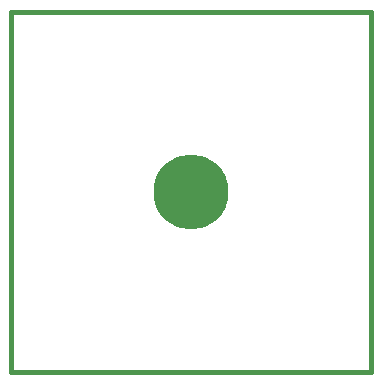
<source format=gtp>
G04 (created by PCBNEW-RS274X (2010-05-05 BZR 2356)-stable) date 12/23/10 16:21:38*
G01*
G70*
G90*
%MOIN*%
G04 Gerber Fmt 3.4, Leading zero omitted, Abs format*
%FSLAX34Y34*%
G04 APERTURE LIST*
%ADD10C,0.005000*%
%ADD11C,0.015000*%
%ADD12C,0.250000*%
G04 APERTURE END LIST*
G54D10*
G54D11*
X10000Y-22000D02*
X10000Y-10000D01*
X22000Y-22000D02*
X10000Y-22000D01*
X22000Y-10000D02*
X22000Y-22000D01*
X10000Y-10000D02*
X22000Y-10000D01*
G54D12*
X16000Y-16000D03*
M02*

</source>
